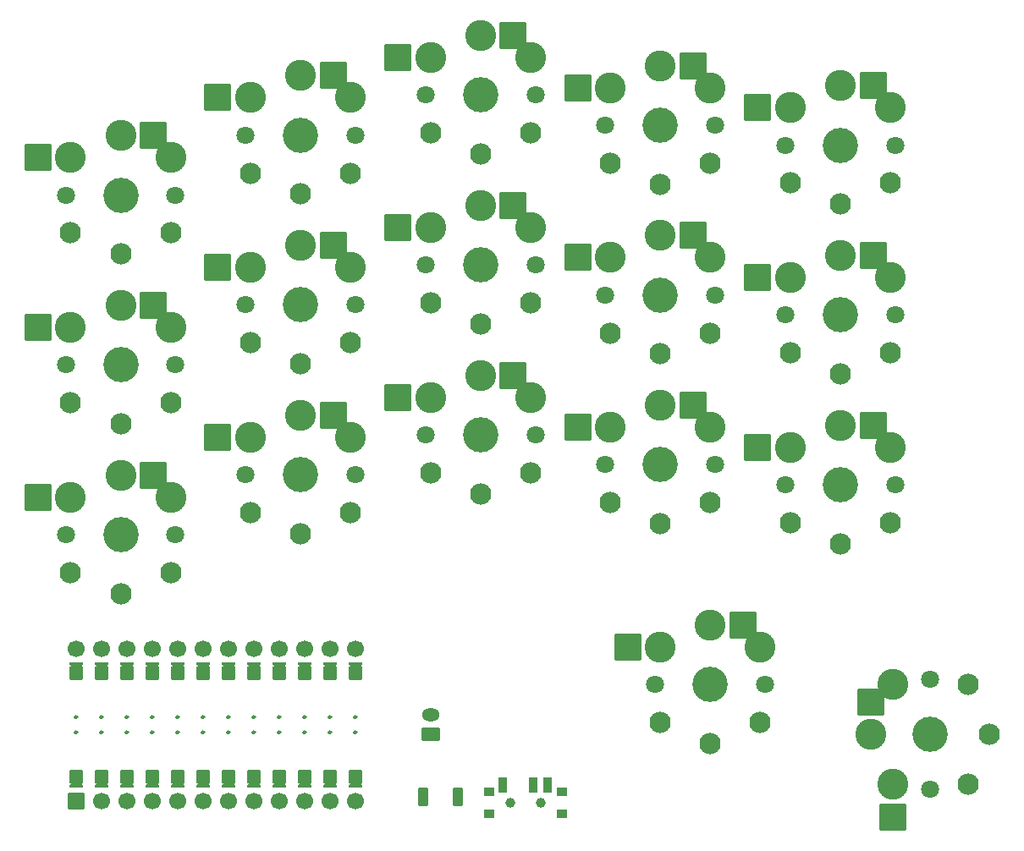
<source format=gbr>
%TF.GenerationSoftware,KiCad,Pcbnew,(6.0.9)*%
%TF.CreationDate,2022-12-19T17:51:50-06:00*%
%TF.ProjectId,gentle34,67656e74-6c65-4333-942e-6b696361645f,v1.0.0*%
%TF.SameCoordinates,Original*%
%TF.FileFunction,Soldermask,Top*%
%TF.FilePolarity,Negative*%
%FSLAX46Y46*%
G04 Gerber Fmt 4.6, Leading zero omitted, Abs format (unit mm)*
G04 Created by KiCad (PCBNEW (6.0.9)) date 2022-12-19 17:51:50*
%MOMM*%
%LPD*%
G01*
G04 APERTURE LIST*
G04 Aperture macros list*
%AMRoundRect*
0 Rectangle with rounded corners*
0 $1 Rounding radius*
0 $2 $3 $4 $5 $6 $7 $8 $9 X,Y pos of 4 corners*
0 Add a 4 corners polygon primitive as box body*
4,1,4,$2,$3,$4,$5,$6,$7,$8,$9,$2,$3,0*
0 Add four circle primitives for the rounded corners*
1,1,$1+$1,$2,$3*
1,1,$1+$1,$4,$5*
1,1,$1+$1,$6,$7*
1,1,$1+$1,$8,$9*
0 Add four rect primitives between the rounded corners*
20,1,$1+$1,$2,$3,$4,$5,0*
20,1,$1+$1,$4,$5,$6,$7,0*
20,1,$1+$1,$6,$7,$8,$9,0*
20,1,$1+$1,$8,$9,$2,$3,0*%
%AMFreePoly0*
4,1,14,0.635355,0.435355,0.650000,0.400000,0.650000,0.200000,0.635355,0.164645,0.035355,-0.435355,0.000000,-0.450000,-0.035355,-0.435355,-0.635355,0.164645,-0.650000,0.200000,-0.650000,0.400000,-0.635355,0.435355,-0.600000,0.450000,0.600000,0.450000,0.635355,0.435355,0.635355,0.435355,$1*%
%AMFreePoly1*
4,1,16,0.635355,1.035355,0.650000,1.000000,0.650000,-0.250000,0.635355,-0.285355,0.600000,-0.300000,-0.600000,-0.300000,-0.635355,-0.285355,-0.650000,-0.250000,-0.650000,1.000000,-0.635355,1.035355,-0.600000,1.050000,-0.564645,1.035355,0.000000,0.470710,0.564645,1.035355,0.600000,1.050000,0.635355,1.035355,0.635355,1.035355,$1*%
G04 Aperture macros list end*
%ADD10C,0.250000*%
%ADD11C,0.100000*%
%ADD12C,3.529000*%
%ADD13C,1.801800*%
%ADD14C,3.100000*%
%ADD15RoundRect,0.050000X-1.300000X-1.300000X1.300000X-1.300000X1.300000X1.300000X-1.300000X1.300000X0*%
%ADD16C,2.132000*%
%ADD17RoundRect,0.050000X1.300000X-1.300000X1.300000X1.300000X-1.300000X1.300000X-1.300000X-1.300000X0*%
%ADD18C,1.700000*%
%ADD19FreePoly0,180.000000*%
%ADD20FreePoly1,180.000000*%
%ADD21RoundRect,0.050000X-0.800000X-0.800000X0.800000X-0.800000X0.800000X0.800000X-0.800000X0.800000X0*%
%ADD22FreePoly1,0.000000*%
%ADD23FreePoly0,0.000000*%
%ADD24C,1.000000*%
%ADD25RoundRect,0.050000X-0.350000X-0.750000X0.350000X-0.750000X0.350000X0.750000X-0.350000X0.750000X0*%
%ADD26RoundRect,0.050000X-0.500000X-0.400000X0.500000X-0.400000X0.500000X0.400000X-0.500000X0.400000X0*%
%ADD27RoundRect,0.050000X-0.450000X-0.850000X0.450000X-0.850000X0.450000X0.850000X-0.450000X0.850000X0*%
%ADD28RoundRect,0.050000X0.850000X-0.600000X0.850000X0.600000X-0.850000X0.600000X-0.850000X-0.600000X0*%
%ADD29O,1.800000X1.300000*%
G04 APERTURE END LIST*
D10*
%TO.C,MCU1*%
X41595000Y-19762000D02*
G75*
G03*
X41595000Y-19762000I-125000J0D01*
G01*
X41595000Y-18238000D02*
G75*
G03*
X41595000Y-18238000I-125000J0D01*
G01*
X39055000Y-19762000D02*
G75*
G03*
X39055000Y-19762000I-125000J0D01*
G01*
X39055000Y-18238000D02*
G75*
G03*
X39055000Y-18238000I-125000J0D01*
G01*
X36515000Y-19762000D02*
G75*
G03*
X36515000Y-19762000I-125000J0D01*
G01*
X36515000Y-18238000D02*
G75*
G03*
X36515000Y-18238000I-125000J0D01*
G01*
X33975000Y-19762000D02*
G75*
G03*
X33975000Y-19762000I-125000J0D01*
G01*
X33975000Y-18238000D02*
G75*
G03*
X33975000Y-18238000I-125000J0D01*
G01*
X31435000Y-19762000D02*
G75*
G03*
X31435000Y-19762000I-125000J0D01*
G01*
X31435000Y-18238000D02*
G75*
G03*
X31435000Y-18238000I-125000J0D01*
G01*
X28895000Y-19762000D02*
G75*
G03*
X28895000Y-19762000I-125000J0D01*
G01*
X28895000Y-18238000D02*
G75*
G03*
X28895000Y-18238000I-125000J0D01*
G01*
X26355000Y-19762000D02*
G75*
G03*
X26355000Y-19762000I-125000J0D01*
G01*
X26355000Y-18238000D02*
G75*
G03*
X26355000Y-18238000I-125000J0D01*
G01*
X23815000Y-19762000D02*
G75*
G03*
X23815000Y-19762000I-125000J0D01*
G01*
X23815000Y-18238000D02*
G75*
G03*
X23815000Y-18238000I-125000J0D01*
G01*
X21275000Y-19762000D02*
G75*
G03*
X21275000Y-19762000I-125000J0D01*
G01*
X21275000Y-18238000D02*
G75*
G03*
X21275000Y-18238000I-125000J0D01*
G01*
X18735000Y-19762000D02*
G75*
G03*
X18735000Y-19762000I-125000J0D01*
G01*
X18735000Y-18238000D02*
G75*
G03*
X18735000Y-18238000I-125000J0D01*
G01*
X16195000Y-18238000D02*
G75*
G03*
X16195000Y-18238000I-125000J0D01*
G01*
X16195000Y-19762000D02*
G75*
G03*
X16195000Y-19762000I-125000J0D01*
G01*
X13655000Y-19762000D02*
G75*
G03*
X13655000Y-19762000I-125000J0D01*
G01*
X13655000Y-18238000D02*
G75*
G03*
X13655000Y-18238000I-125000J0D01*
G01*
G36*
X14038000Y-13920000D02*
G01*
X13022000Y-13920000D01*
X13022000Y-12904000D01*
X14038000Y-12904000D01*
X14038000Y-13920000D01*
G37*
D11*
X14038000Y-13920000D02*
X13022000Y-13920000D01*
X13022000Y-12904000D01*
X14038000Y-12904000D01*
X14038000Y-13920000D01*
G36*
X29278000Y-13920000D02*
G01*
X28262000Y-13920000D01*
X28262000Y-12904000D01*
X29278000Y-12904000D01*
X29278000Y-13920000D01*
G37*
X29278000Y-13920000D02*
X28262000Y-13920000D01*
X28262000Y-12904000D01*
X29278000Y-12904000D01*
X29278000Y-13920000D01*
G36*
X16578000Y-13920000D02*
G01*
X15562000Y-13920000D01*
X15562000Y-12904000D01*
X16578000Y-12904000D01*
X16578000Y-13920000D01*
G37*
X16578000Y-13920000D02*
X15562000Y-13920000D01*
X15562000Y-12904000D01*
X16578000Y-12904000D01*
X16578000Y-13920000D01*
G36*
X19118000Y-13920000D02*
G01*
X18102000Y-13920000D01*
X18102000Y-12904000D01*
X19118000Y-12904000D01*
X19118000Y-13920000D01*
G37*
X19118000Y-13920000D02*
X18102000Y-13920000D01*
X18102000Y-12904000D01*
X19118000Y-12904000D01*
X19118000Y-13920000D01*
G36*
X24198000Y-13920000D02*
G01*
X23182000Y-13920000D01*
X23182000Y-12904000D01*
X24198000Y-12904000D01*
X24198000Y-13920000D01*
G37*
X24198000Y-13920000D02*
X23182000Y-13920000D01*
X23182000Y-12904000D01*
X24198000Y-12904000D01*
X24198000Y-13920000D01*
G36*
X26738000Y-13920000D02*
G01*
X25722000Y-13920000D01*
X25722000Y-12904000D01*
X26738000Y-12904000D01*
X26738000Y-13920000D01*
G37*
X26738000Y-13920000D02*
X25722000Y-13920000D01*
X25722000Y-12904000D01*
X26738000Y-12904000D01*
X26738000Y-13920000D01*
G36*
X34358000Y-13920000D02*
G01*
X33342000Y-13920000D01*
X33342000Y-12904000D01*
X34358000Y-12904000D01*
X34358000Y-13920000D01*
G37*
X34358000Y-13920000D02*
X33342000Y-13920000D01*
X33342000Y-12904000D01*
X34358000Y-12904000D01*
X34358000Y-13920000D01*
G36*
X39438000Y-13920000D02*
G01*
X38422000Y-13920000D01*
X38422000Y-12904000D01*
X39438000Y-12904000D01*
X39438000Y-13920000D01*
G37*
X39438000Y-13920000D02*
X38422000Y-13920000D01*
X38422000Y-12904000D01*
X39438000Y-12904000D01*
X39438000Y-13920000D01*
G36*
X21658000Y-13920000D02*
G01*
X20642000Y-13920000D01*
X20642000Y-12904000D01*
X21658000Y-12904000D01*
X21658000Y-13920000D01*
G37*
X21658000Y-13920000D02*
X20642000Y-13920000D01*
X20642000Y-12904000D01*
X21658000Y-12904000D01*
X21658000Y-13920000D01*
G36*
X31818000Y-13920000D02*
G01*
X30802000Y-13920000D01*
X30802000Y-12904000D01*
X31818000Y-12904000D01*
X31818000Y-13920000D01*
G37*
X31818000Y-13920000D02*
X30802000Y-13920000D01*
X30802000Y-12904000D01*
X31818000Y-12904000D01*
X31818000Y-13920000D01*
G36*
X36898000Y-13920000D02*
G01*
X35882000Y-13920000D01*
X35882000Y-12904000D01*
X36898000Y-12904000D01*
X36898000Y-13920000D01*
G37*
X36898000Y-13920000D02*
X35882000Y-13920000D01*
X35882000Y-12904000D01*
X36898000Y-12904000D01*
X36898000Y-13920000D01*
G36*
X41978000Y-13920000D02*
G01*
X40962000Y-13920000D01*
X40962000Y-12904000D01*
X41978000Y-12904000D01*
X41978000Y-13920000D01*
G37*
X41978000Y-13920000D02*
X40962000Y-13920000D01*
X40962000Y-12904000D01*
X41978000Y-12904000D01*
X41978000Y-13920000D01*
G36*
X41978000Y-25096000D02*
G01*
X40962000Y-25096000D01*
X40962000Y-24080000D01*
X41978000Y-24080000D01*
X41978000Y-25096000D01*
G37*
X41978000Y-25096000D02*
X40962000Y-25096000D01*
X40962000Y-24080000D01*
X41978000Y-24080000D01*
X41978000Y-25096000D01*
G36*
X39438000Y-25096000D02*
G01*
X38422000Y-25096000D01*
X38422000Y-24080000D01*
X39438000Y-24080000D01*
X39438000Y-25096000D01*
G37*
X39438000Y-25096000D02*
X38422000Y-25096000D01*
X38422000Y-24080000D01*
X39438000Y-24080000D01*
X39438000Y-25096000D01*
G36*
X36898000Y-25096000D02*
G01*
X35882000Y-25096000D01*
X35882000Y-24080000D01*
X36898000Y-24080000D01*
X36898000Y-25096000D01*
G37*
X36898000Y-25096000D02*
X35882000Y-25096000D01*
X35882000Y-24080000D01*
X36898000Y-24080000D01*
X36898000Y-25096000D01*
G36*
X34358000Y-25096000D02*
G01*
X33342000Y-25096000D01*
X33342000Y-24080000D01*
X34358000Y-24080000D01*
X34358000Y-25096000D01*
G37*
X34358000Y-25096000D02*
X33342000Y-25096000D01*
X33342000Y-24080000D01*
X34358000Y-24080000D01*
X34358000Y-25096000D01*
G36*
X31818000Y-25096000D02*
G01*
X30802000Y-25096000D01*
X30802000Y-24080000D01*
X31818000Y-24080000D01*
X31818000Y-25096000D01*
G37*
X31818000Y-25096000D02*
X30802000Y-25096000D01*
X30802000Y-24080000D01*
X31818000Y-24080000D01*
X31818000Y-25096000D01*
G36*
X29278000Y-25096000D02*
G01*
X28262000Y-25096000D01*
X28262000Y-24080000D01*
X29278000Y-24080000D01*
X29278000Y-25096000D01*
G37*
X29278000Y-25096000D02*
X28262000Y-25096000D01*
X28262000Y-24080000D01*
X29278000Y-24080000D01*
X29278000Y-25096000D01*
G36*
X26738000Y-25096000D02*
G01*
X25722000Y-25096000D01*
X25722000Y-24080000D01*
X26738000Y-24080000D01*
X26738000Y-25096000D01*
G37*
X26738000Y-25096000D02*
X25722000Y-25096000D01*
X25722000Y-24080000D01*
X26738000Y-24080000D01*
X26738000Y-25096000D01*
G36*
X24198000Y-25096000D02*
G01*
X23182000Y-25096000D01*
X23182000Y-24080000D01*
X24198000Y-24080000D01*
X24198000Y-25096000D01*
G37*
X24198000Y-25096000D02*
X23182000Y-25096000D01*
X23182000Y-24080000D01*
X24198000Y-24080000D01*
X24198000Y-25096000D01*
G36*
X21658000Y-25096000D02*
G01*
X20642000Y-25096000D01*
X20642000Y-24080000D01*
X21658000Y-24080000D01*
X21658000Y-25096000D01*
G37*
X21658000Y-25096000D02*
X20642000Y-25096000D01*
X20642000Y-24080000D01*
X21658000Y-24080000D01*
X21658000Y-25096000D01*
G36*
X19118000Y-25096000D02*
G01*
X18102000Y-25096000D01*
X18102000Y-24080000D01*
X19118000Y-24080000D01*
X19118000Y-25096000D01*
G37*
X19118000Y-25096000D02*
X18102000Y-25096000D01*
X18102000Y-24080000D01*
X19118000Y-24080000D01*
X19118000Y-25096000D01*
G36*
X16578000Y-25096000D02*
G01*
X15562000Y-25096000D01*
X15562000Y-24080000D01*
X16578000Y-24080000D01*
X16578000Y-25096000D01*
G37*
X16578000Y-25096000D02*
X15562000Y-25096000D01*
X15562000Y-24080000D01*
X16578000Y-24080000D01*
X16578000Y-25096000D01*
G36*
X14038000Y-25096000D02*
G01*
X13022000Y-25096000D01*
X13022000Y-24080000D01*
X14038000Y-24080000D01*
X14038000Y-25096000D01*
G37*
X14038000Y-25096000D02*
X13022000Y-25096000D01*
X13022000Y-24080000D01*
X14038000Y-24080000D01*
X14038000Y-25096000D01*
%TD*%
D12*
%TO.C,S1*%
X18000000Y0D03*
D13*
X23500000Y0D03*
X12500000Y0D03*
D14*
X23000000Y3750000D03*
X18000000Y5950000D03*
X13000000Y3750000D03*
X18000000Y5950000D03*
D15*
X21275000Y5950000D03*
X9725000Y3750000D03*
%TD*%
D12*
%TO.C,S2*%
X18000000Y0D03*
D13*
X12500000Y0D03*
X23500000Y0D03*
D16*
X13000000Y-3800000D03*
X18000000Y-5900000D03*
X23000000Y-3800000D03*
X18000000Y-5900000D03*
%TD*%
D12*
%TO.C,S3*%
X18000000Y17000000D03*
D13*
X23500000Y17000000D03*
X12500000Y17000000D03*
D14*
X23000000Y20750000D03*
X18000000Y22950000D03*
X13000000Y20750000D03*
X18000000Y22950000D03*
D15*
X21275000Y22950000D03*
X9725000Y20750000D03*
%TD*%
D12*
%TO.C,S4*%
X18000000Y17000000D03*
D13*
X12500000Y17000000D03*
X23500000Y17000000D03*
D16*
X13000000Y13200000D03*
X18000000Y11100000D03*
X23000000Y13200000D03*
X18000000Y11100000D03*
%TD*%
D12*
%TO.C,S5*%
X18000000Y34000000D03*
D13*
X23500000Y34000000D03*
X12500000Y34000000D03*
D14*
X23000000Y37750000D03*
X18000000Y39950000D03*
X13000000Y37750000D03*
X18000000Y39950000D03*
D15*
X21275000Y39950000D03*
X9725000Y37750000D03*
%TD*%
D12*
%TO.C,S6*%
X18000000Y34000000D03*
D13*
X12500000Y34000000D03*
X23500000Y34000000D03*
D16*
X13000000Y30200000D03*
X18000000Y28100000D03*
X23000000Y30200000D03*
X18000000Y28100000D03*
%TD*%
D12*
%TO.C,S7*%
X36000000Y6000000D03*
D13*
X41500000Y6000000D03*
X30500000Y6000000D03*
D14*
X41000000Y9750000D03*
X36000000Y11950000D03*
X31000000Y9750000D03*
X36000000Y11950000D03*
D15*
X39275000Y11950000D03*
X27725000Y9750000D03*
%TD*%
D12*
%TO.C,S8*%
X36000000Y6000000D03*
D13*
X30500000Y6000000D03*
X41500000Y6000000D03*
D16*
X31000000Y2200000D03*
X36000000Y100000D03*
X41000000Y2200000D03*
X36000000Y100000D03*
%TD*%
D12*
%TO.C,S9*%
X36000000Y23000000D03*
D13*
X41500000Y23000000D03*
X30500000Y23000000D03*
D14*
X41000000Y26750000D03*
X36000000Y28950000D03*
X31000000Y26750000D03*
X36000000Y28950000D03*
D15*
X39275000Y28950000D03*
X27725000Y26750000D03*
%TD*%
D12*
%TO.C,S10*%
X36000000Y23000000D03*
D13*
X30500000Y23000000D03*
X41500000Y23000000D03*
D16*
X31000000Y19200000D03*
X36000000Y17100000D03*
X41000000Y19200000D03*
X36000000Y17100000D03*
%TD*%
D12*
%TO.C,S11*%
X36000000Y40000000D03*
D13*
X41500000Y40000000D03*
X30500000Y40000000D03*
D14*
X41000000Y43750000D03*
X36000000Y45950000D03*
X31000000Y43750000D03*
X36000000Y45950000D03*
D15*
X39275000Y45950000D03*
X27725000Y43750000D03*
%TD*%
D12*
%TO.C,S12*%
X36000000Y40000000D03*
D13*
X30500000Y40000000D03*
X41500000Y40000000D03*
D16*
X31000000Y36200000D03*
X36000000Y34100000D03*
X41000000Y36200000D03*
X36000000Y34100000D03*
%TD*%
D12*
%TO.C,S13*%
X54000000Y10000000D03*
D13*
X59500000Y10000000D03*
X48500000Y10000000D03*
D14*
X59000000Y13750000D03*
X54000000Y15950000D03*
X49000000Y13750000D03*
X54000000Y15950000D03*
D15*
X57275000Y15950000D03*
X45725000Y13750000D03*
%TD*%
D12*
%TO.C,S14*%
X54000000Y10000000D03*
D13*
X48500000Y10000000D03*
X59500000Y10000000D03*
D16*
X49000000Y6200000D03*
X54000000Y4100000D03*
X59000000Y6200000D03*
X54000000Y4100000D03*
%TD*%
D12*
%TO.C,S15*%
X54000000Y27000000D03*
D13*
X59500000Y27000000D03*
X48500000Y27000000D03*
D14*
X59000000Y30750000D03*
X54000000Y32950000D03*
X49000000Y30750000D03*
X54000000Y32950000D03*
D15*
X57275000Y32950000D03*
X45725000Y30750000D03*
%TD*%
D12*
%TO.C,S16*%
X54000000Y27000000D03*
D13*
X48500000Y27000000D03*
X59500000Y27000000D03*
D16*
X49000000Y23200000D03*
X54000000Y21100000D03*
X59000000Y23200000D03*
X54000000Y21100000D03*
%TD*%
D12*
%TO.C,S17*%
X54000000Y44000000D03*
D13*
X59500000Y44000000D03*
X48500000Y44000000D03*
D14*
X59000000Y47750000D03*
X54000000Y49950000D03*
X49000000Y47750000D03*
X54000000Y49950000D03*
D15*
X57275000Y49950000D03*
X45725000Y47750000D03*
%TD*%
D12*
%TO.C,S18*%
X54000000Y44000000D03*
D13*
X48500000Y44000000D03*
X59500000Y44000000D03*
D16*
X49000000Y40200000D03*
X54000000Y38100000D03*
X59000000Y40200000D03*
X54000000Y38100000D03*
%TD*%
D12*
%TO.C,S19*%
X72000000Y7000000D03*
D13*
X77500000Y7000000D03*
X66500000Y7000000D03*
D14*
X77000000Y10750000D03*
X72000000Y12950000D03*
X67000000Y10750000D03*
X72000000Y12950000D03*
D15*
X75275000Y12950000D03*
X63725000Y10750000D03*
%TD*%
D12*
%TO.C,S20*%
X72000000Y7000000D03*
D13*
X66500000Y7000000D03*
X77500000Y7000000D03*
D16*
X67000000Y3200000D03*
X72000000Y1100000D03*
X77000000Y3200000D03*
X72000000Y1100000D03*
%TD*%
D12*
%TO.C,S21*%
X72000000Y24000000D03*
D13*
X77500000Y24000000D03*
X66500000Y24000000D03*
D14*
X77000000Y27750000D03*
X72000000Y29950000D03*
X67000000Y27750000D03*
X72000000Y29950000D03*
D15*
X75275000Y29950000D03*
X63725000Y27750000D03*
%TD*%
D12*
%TO.C,S22*%
X72000000Y24000000D03*
D13*
X66500000Y24000000D03*
X77500000Y24000000D03*
D16*
X67000000Y20200000D03*
X72000000Y18100000D03*
X77000000Y20200000D03*
X72000000Y18100000D03*
%TD*%
D12*
%TO.C,S23*%
X72000000Y41000000D03*
D13*
X77500000Y41000000D03*
X66500000Y41000000D03*
D14*
X77000000Y44750000D03*
X72000000Y46950000D03*
X67000000Y44750000D03*
X72000000Y46950000D03*
D15*
X75275000Y46950000D03*
X63725000Y44750000D03*
%TD*%
D12*
%TO.C,S24*%
X72000000Y41000000D03*
D13*
X66500000Y41000000D03*
X77500000Y41000000D03*
D16*
X67000000Y37200000D03*
X72000000Y35100000D03*
X77000000Y37200000D03*
X72000000Y35100000D03*
%TD*%
D12*
%TO.C,S25*%
X90000000Y5000000D03*
D13*
X95500000Y5000000D03*
X84500000Y5000000D03*
D14*
X95000000Y8750000D03*
X90000000Y10950000D03*
X85000000Y8750000D03*
X90000000Y10950000D03*
D15*
X93275000Y10950000D03*
X81725000Y8750000D03*
%TD*%
D12*
%TO.C,S26*%
X90000000Y5000000D03*
D13*
X84500000Y5000000D03*
X95500000Y5000000D03*
D16*
X85000000Y1200000D03*
X90000000Y-900000D03*
X95000000Y1200000D03*
X90000000Y-900000D03*
%TD*%
D12*
%TO.C,S27*%
X90000000Y22000000D03*
D13*
X95500000Y22000000D03*
X84500000Y22000000D03*
D14*
X95000000Y25750000D03*
X90000000Y27950000D03*
X85000000Y25750000D03*
X90000000Y27950000D03*
D15*
X93275000Y27950000D03*
X81725000Y25750000D03*
%TD*%
D12*
%TO.C,S28*%
X90000000Y22000000D03*
D13*
X84500000Y22000000D03*
X95500000Y22000000D03*
D16*
X85000000Y18200000D03*
X90000000Y16100000D03*
X95000000Y18200000D03*
X90000000Y16100000D03*
%TD*%
D12*
%TO.C,S29*%
X90000000Y39000000D03*
D13*
X95500000Y39000000D03*
X84500000Y39000000D03*
D14*
X95000000Y42750000D03*
X90000000Y44950000D03*
X85000000Y42750000D03*
X90000000Y44950000D03*
D15*
X93275000Y44950000D03*
X81725000Y42750000D03*
%TD*%
D12*
%TO.C,S30*%
X90000000Y39000000D03*
D13*
X84500000Y39000000D03*
X95500000Y39000000D03*
D16*
X85000000Y35200000D03*
X90000000Y33100000D03*
X95000000Y35200000D03*
X90000000Y33100000D03*
%TD*%
D12*
%TO.C,S31*%
X77000000Y-15000000D03*
D13*
X82500000Y-15000000D03*
X71500000Y-15000000D03*
D14*
X82000000Y-11250000D03*
X77000000Y-9050000D03*
X72000000Y-11250000D03*
X77000000Y-9050000D03*
D15*
X80275000Y-9050000D03*
X68725000Y-11250000D03*
%TD*%
D12*
%TO.C,S32*%
X77000000Y-15000000D03*
D13*
X71500000Y-15000000D03*
X82500000Y-15000000D03*
D16*
X72000000Y-18800000D03*
X77000000Y-20900000D03*
X82000000Y-18800000D03*
X77000000Y-20900000D03*
%TD*%
D12*
%TO.C,S33*%
X99000000Y-20000000D03*
D13*
X99000000Y-14500000D03*
X99000000Y-25500000D03*
D14*
X95250000Y-15000000D03*
X93050000Y-20000000D03*
X95250000Y-25000000D03*
X93050000Y-20000000D03*
D17*
X93050000Y-16725000D03*
X95250000Y-28275000D03*
%TD*%
D12*
%TO.C,S34*%
X99000000Y-20000000D03*
D13*
X99000000Y-25500000D03*
X99000000Y-14500000D03*
D16*
X102800000Y-25000000D03*
X104900000Y-20000000D03*
X102800000Y-15000000D03*
X104900000Y-20000000D03*
%TD*%
D18*
%TO.C,MCU1*%
X13530000Y-26620000D03*
X16070000Y-26620000D03*
X18610000Y-26620000D03*
X21150000Y-26620000D03*
X23690000Y-26620000D03*
X26230000Y-26620000D03*
X28770000Y-26620000D03*
X31310000Y-26620000D03*
X33850000Y-26620000D03*
X36390000Y-26620000D03*
X38930000Y-26620000D03*
X41470000Y-26620000D03*
X41470000Y-11380000D03*
X38930000Y-11380000D03*
X36390000Y-11380000D03*
X33850000Y-11380000D03*
X31310000Y-11380000D03*
X28770000Y-11380000D03*
X26230000Y-11380000D03*
X23690000Y-11380000D03*
X21150000Y-11380000D03*
X18610000Y-11380000D03*
X16070000Y-11380000D03*
X13530000Y-11380000D03*
D19*
X13530000Y-24842000D03*
D20*
X13530000Y-23826000D03*
D21*
X13530000Y-26620000D03*
D19*
X16070000Y-24842000D03*
D20*
X16070000Y-23826000D03*
D19*
X18610000Y-24842000D03*
D20*
X18610000Y-23826000D03*
D19*
X21150000Y-24842000D03*
D20*
X21150000Y-23826000D03*
D19*
X23690000Y-24842000D03*
D20*
X23690000Y-23826000D03*
D19*
X26230000Y-24842000D03*
D20*
X26230000Y-23826000D03*
D19*
X28770000Y-24842000D03*
D20*
X28770000Y-23826000D03*
D19*
X31310000Y-24842000D03*
D20*
X31310000Y-23826000D03*
D19*
X33850000Y-24842000D03*
D20*
X33850000Y-23826000D03*
D19*
X36390000Y-24842000D03*
D20*
X36390000Y-23826000D03*
D19*
X38930000Y-24842000D03*
D20*
X38930000Y-23826000D03*
D19*
X41470000Y-24842000D03*
D20*
X41470000Y-23826000D03*
D22*
X13530000Y-14174000D03*
X18610000Y-14174000D03*
D23*
X18610000Y-13158000D03*
X13530000Y-13158000D03*
D22*
X16070000Y-14174000D03*
X21150000Y-14174000D03*
D23*
X16070000Y-13158000D03*
X21150000Y-13158000D03*
D22*
X26230000Y-14174000D03*
X28770000Y-14174000D03*
D23*
X28770000Y-13158000D03*
D22*
X31310000Y-14174000D03*
X41470000Y-14174000D03*
D23*
X31310000Y-13158000D03*
X41470000Y-13158000D03*
D22*
X33850000Y-14174000D03*
D23*
X23690000Y-13158000D03*
X26230000Y-13158000D03*
X33850000Y-13158000D03*
D22*
X36390000Y-14174000D03*
D23*
X36390000Y-13158000D03*
X38930000Y-13158000D03*
D22*
X38930000Y-14174000D03*
X23690000Y-14174000D03*
%TD*%
D24*
%TO.C,*%
X57000000Y-26830000D03*
X60000000Y-26830000D03*
D25*
X56250000Y-25070000D03*
X59250000Y-25070000D03*
X60750000Y-25070000D03*
D26*
X54850000Y-27930000D03*
X62150000Y-27930000D03*
X62150000Y-25720000D03*
X54850000Y-25720000D03*
D24*
X57000000Y-26830000D03*
X60000000Y-26830000D03*
%TD*%
D27*
%TO.C,*%
X51700000Y-26250000D03*
X48300000Y-26250000D03*
%TD*%
D28*
%TO.C,JST1*%
X49000000Y-20000000D03*
D29*
X49000000Y-18000000D03*
%TD*%
M02*

</source>
